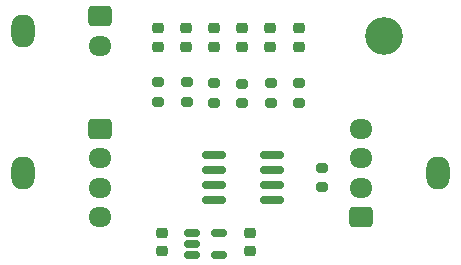
<source format=gbr>
%TF.GenerationSoftware,KiCad,Pcbnew,8.0.3*%
%TF.CreationDate,2024-06-20T18:00:43+09:00*%
%TF.ProjectId,UART-RS485 Read only,55415254-2d52-4533-9438-352052656164,rev?*%
%TF.SameCoordinates,Original*%
%TF.FileFunction,Soldermask,Top*%
%TF.FilePolarity,Negative*%
%FSLAX46Y46*%
G04 Gerber Fmt 4.6, Leading zero omitted, Abs format (unit mm)*
G04 Created by KiCad (PCBNEW 8.0.3) date 2024-06-20 18:00:43*
%MOMM*%
%LPD*%
G01*
G04 APERTURE LIST*
G04 Aperture macros list*
%AMRoundRect*
0 Rectangle with rounded corners*
0 $1 Rounding radius*
0 $2 $3 $4 $5 $6 $7 $8 $9 X,Y pos of 4 corners*
0 Add a 4 corners polygon primitive as box body*
4,1,4,$2,$3,$4,$5,$6,$7,$8,$9,$2,$3,0*
0 Add four circle primitives for the rounded corners*
1,1,$1+$1,$2,$3*
1,1,$1+$1,$4,$5*
1,1,$1+$1,$6,$7*
1,1,$1+$1,$8,$9*
0 Add four rect primitives between the rounded corners*
20,1,$1+$1,$2,$3,$4,$5,0*
20,1,$1+$1,$4,$5,$6,$7,0*
20,1,$1+$1,$6,$7,$8,$9,0*
20,1,$1+$1,$8,$9,$2,$3,0*%
G04 Aperture macros list end*
%ADD10O,2.000000X2.800000*%
%ADD11RoundRect,0.250000X-0.725000X0.600000X-0.725000X-0.600000X0.725000X-0.600000X0.725000X0.600000X0*%
%ADD12O,1.950000X1.700000*%
%ADD13RoundRect,0.250000X0.725000X-0.600000X0.725000X0.600000X-0.725000X0.600000X-0.725000X-0.600000X0*%
%ADD14RoundRect,0.218750X-0.256250X0.218750X-0.256250X-0.218750X0.256250X-0.218750X0.256250X0.218750X0*%
%ADD15RoundRect,0.200000X0.275000X-0.200000X0.275000X0.200000X-0.275000X0.200000X-0.275000X-0.200000X0*%
%ADD16RoundRect,0.150000X-0.825000X-0.150000X0.825000X-0.150000X0.825000X0.150000X-0.825000X0.150000X0*%
%ADD17RoundRect,0.150000X-0.512500X-0.150000X0.512500X-0.150000X0.512500X0.150000X-0.512500X0.150000X0*%
%ADD18C,3.200000*%
%ADD19RoundRect,0.225000X-0.250000X0.225000X-0.250000X-0.225000X0.250000X-0.225000X0.250000X0.225000X0*%
G04 APERTURE END LIST*
D10*
%TO.C,J1*%
X141410000Y-93450000D03*
D11*
X147910000Y-92200000D03*
D12*
X147910000Y-94700000D03*
%TD*%
D10*
%TO.C,J3*%
X176570000Y-105490000D03*
D13*
X170070000Y-109240000D03*
D12*
X170070000Y-106740000D03*
X170070000Y-104240000D03*
X170070000Y-101740000D03*
%TD*%
D14*
%TO.C,D6*%
X164760000Y-93232500D03*
X164760000Y-94807500D03*
%TD*%
D15*
%TO.C,R7*%
X166770000Y-106685000D03*
X166770000Y-105035000D03*
%TD*%
D14*
%TO.C,D1*%
X152900000Y-93222500D03*
X152900000Y-94797500D03*
%TD*%
D16*
%TO.C,U2*%
X157595000Y-103955000D03*
X157595000Y-105225000D03*
X157595000Y-106495000D03*
X157595000Y-107765000D03*
X162545000Y-107765000D03*
X162545000Y-106495000D03*
X162545000Y-105225000D03*
X162545000Y-103955000D03*
%TD*%
D14*
%TO.C,D4*%
X160010000Y-93220000D03*
X160010000Y-94795000D03*
%TD*%
D17*
%TO.C,U1*%
X155752500Y-110537500D03*
X155752500Y-111487500D03*
X155752500Y-112437500D03*
X158027500Y-112437500D03*
X158027500Y-110537500D03*
%TD*%
D10*
%TO.C,J2*%
X141410000Y-105480000D03*
D11*
X147910000Y-101730000D03*
D12*
X147910000Y-104230000D03*
X147910000Y-106730000D03*
X147910000Y-109230000D03*
%TD*%
D14*
%TO.C,D5*%
X162380000Y-93220000D03*
X162380000Y-94795000D03*
%TD*%
%TO.C,D2*%
X155270000Y-93202500D03*
X155270000Y-94777500D03*
%TD*%
D15*
%TO.C,R4*%
X160010000Y-99575000D03*
X160010000Y-97925000D03*
%TD*%
D18*
%TO.C,H1*%
X172030000Y-93910000D03*
%TD*%
D15*
%TO.C,R6*%
X164780000Y-99540000D03*
X164780000Y-97890000D03*
%TD*%
%TO.C,R2*%
X155280000Y-99460000D03*
X155280000Y-97810000D03*
%TD*%
%TO.C,R1*%
X152890000Y-99460000D03*
X152890000Y-97810000D03*
%TD*%
D19*
%TO.C,C2*%
X160660000Y-110540000D03*
X160660000Y-112090000D03*
%TD*%
D15*
%TO.C,R5*%
X162390000Y-99540000D03*
X162390000Y-97890000D03*
%TD*%
D14*
%TO.C,D3*%
X157640000Y-93232500D03*
X157640000Y-94807500D03*
%TD*%
D15*
%TO.C,R3*%
X157637500Y-99525000D03*
X157637500Y-97875000D03*
%TD*%
D19*
%TO.C,C1*%
X153210000Y-110535000D03*
X153210000Y-112085000D03*
%TD*%
M02*

</source>
